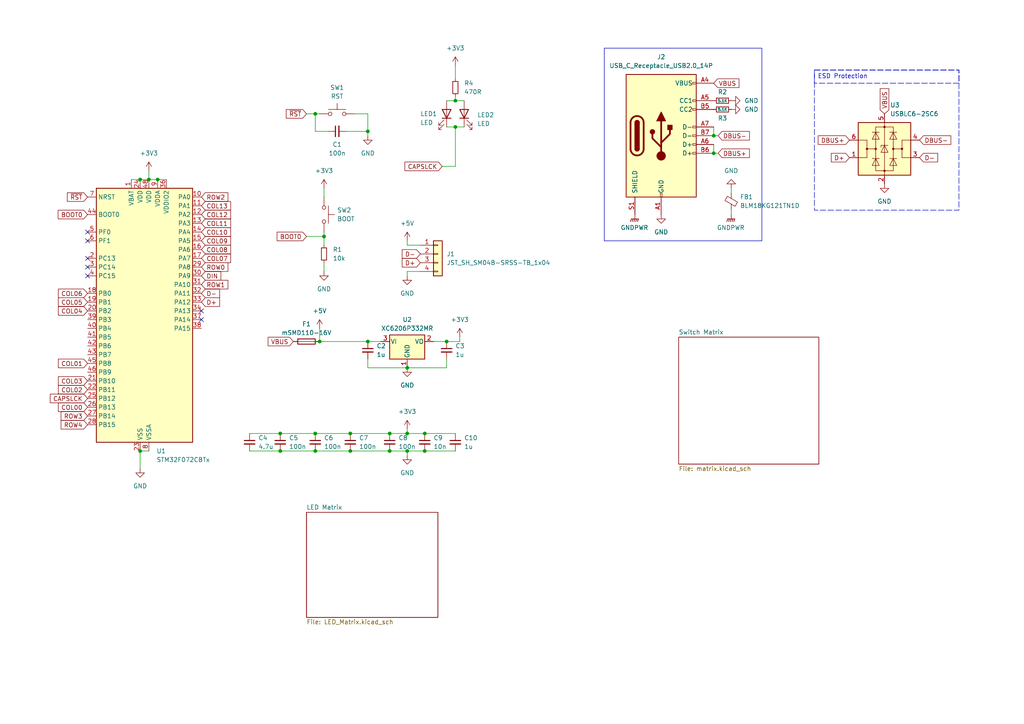
<source format=kicad_sch>
(kicad_sch (version 20230121) (generator eeschema)
  (paper "A4")
  (lib_symbols
    (symbol "Connector:USB_C_Receptacle_USB2.0_14P" (pin_names (offset 1.016))
      (property "Reference" "J" (at 0 22.225 0))
      (property "Value" "USB_C_Receptacle_USB2.0_14P" (at 0 19.685 0))
      (symbol "USB_C_Receptacle_USB2.0_14P_0_0"
        (rectangle (start -0.254 -17.78) (end 0.254 -16.764))
        (rectangle (start 10.16 -4.826) (end 9.144 -5.334))
        (rectangle (start 10.16 -2.286) (end 9.144 -2.794))
        (rectangle (start 10.16 0.254) (end 9.144 -0.254))
        (rectangle (start 10.16 2.794) (end 9.144 2.286))
        (rectangle (start 10.16 7.874) (end 9.144 7.366))
        (rectangle (start 10.16 10.414) (end 9.144 9.906))
        (rectangle (start 10.16 15.494) (end 9.144 14.986))
      )
      (symbol "USB_C_Receptacle_USB2.0_14P_0_1"
        (rectangle (start -10.16 17.78) (end 10.16 -17.78) (stroke (width 0.254)) (fill (type background)))
        (arc (start -8.89 -3.81) (mid -6.985 -5.7067) (end -5.08 -3.81) (stroke (width 0.508)))
        (arc (start -7.62 -3.81) (mid -6.985 -4.4423) (end -6.35 -3.81) (stroke (width 0.254)))
        (arc (start -7.62 -3.81) (mid -6.985 -4.4423) (end -6.35 -3.81) (stroke (width 0.254)) (fill (type outline)))
        (rectangle (start -7.62 -3.81) (end -6.35 3.81) (stroke (width 0.254)) (fill (type outline)))
        (arc (start -6.35 3.81) (mid -6.985 4.4423) (end -7.62 3.81) (stroke (width 0.254)))
        (arc (start -6.35 3.81) (mid -6.985 4.4423) (end -7.62 3.81) (stroke (width 0.254)) (fill (type outline)))
        (arc (start -5.08 3.81) (mid -6.985 5.7067) (end -8.89 3.81) (stroke (width 0.508)))
        (circle (center -2.54 1.143) (radius 0.635) (stroke (width 0.254)) (fill (type outline)))
        (circle (center 0 -5.842) (radius 1.27) (fill (type outline)))
        (polyline (pts (xy -8.89 -3.81) (xy -8.89 3.81)) (stroke (width 0.508)))
        (polyline (pts (xy -5.08 3.81) (xy -5.08 -3.81)) (stroke (width 0.508)))
        (polyline (pts (xy 0 -5.842) (xy 0 4.318)) (stroke (width 0.508)))
        (polyline (pts (xy 0 -3.302) (xy -2.54 -0.762) (xy -2.54 0.508)) (stroke (width 0.508)))
        (polyline (pts (xy 0 -2.032) (xy 2.54 0.508) (xy 2.54 1.778)) (stroke (width 0.508)))
        (polyline (pts (xy -1.27 4.318) (xy 0 6.858) (xy 1.27 4.318) (xy -1.27 4.318)) (stroke (width 0.254)) (fill (type outline)))
        (rectangle (start 1.905 1.778) (end 3.175 3.048) (stroke (width 0.254)) (fill (type outline)))
      )
      (symbol "USB_C_Receptacle_USB2.0_14P_1_1"
        (pin passive line (at 0 -22.86 90) (length 5.08) (name "GND") (number "A1"))
        (pin passive line (at 0 -22.86 90) (length 5.08) hide (name "GND") (number "A12"))
        (pin passive line (at 15.24 15.24 180) (length 5.08) (name "VBUS") (number "A4"))
        (pin bidirectional line (at 15.24 10.16 180) (length 5.08) (name "CC1") (number "A5"))
        (pin bidirectional line (at 15.24 -2.54 180) (length 5.08) (name "D+") (number "A6"))
        (pin bidirectional line (at 15.24 2.54 180) (length 5.08) (name "D-") (number "A7"))
        (pin passive line (at 15.24 15.24 180) (length 5.08) hide (name "VBUS") (number "A9"))
        (pin passive line (at 0 -22.86 90) (length 5.08) hide (name "GND") (number "B1"))
        (pin passive line (at 0 -22.86 90) (length 5.08) hide (name "GND") (number "B12"))
        (pin passive line (at 15.24 15.24 180) (length 5.08) hide (name "VBUS") (number "B4"))
        (pin bidirectional line (at 15.24 7.62 180) (length 5.08) (name "CC2") (number "B5"))
        (pin bidirectional line (at 15.24 -5.08 180) (length 5.08) (name "D+") (number "B6"))
        (pin bidirectional line (at 15.24 0 180) (length 5.08) (name "D-") (number "B7"))
        (pin passive line (at 15.24 15.24 180) (length 5.08) hide (name "VBUS") (number "B9"))
        (pin passive line (at -7.62 -22.86 90) (length 5.08) (name "SHIELD") (number "S1"))
      )
    )
    (symbol "Connector_Generic:Conn_01x04" (pin_names (offset 1.016) hide)
      (property "Reference" "J" (at 0 5.08 0))
      (property "Value" "Conn_01x04" (at 0 -7.62 0))
      (symbol "Conn_01x04_1_1"
        (rectangle (start -1.27 -4.953) (end 0 -5.207) (stroke (width 0.1524)))
        (rectangle (start -1.27 -2.413) (end 0 -2.667) (stroke (width 0.1524)))
        (rectangle (start -1.27 0.127) (end 0 -0.127) (stroke (width 0.1524)))
        (rectangle (start -1.27 2.667) (end 0 2.413) (stroke (width 0.1524)))
        (rectangle (start -1.27 3.81) (end 1.27 -6.35) (stroke (width 0.254)) (fill (type background)))
        (pin passive line (at -5.08 2.54 0) (length 3.81) (name "Pin_1") (number "1"))
        (pin passive line (at -5.08 0 0) (length 3.81) (name "Pin_2") (number "2"))
        (pin passive line (at -5.08 -2.54 0) (length 3.81) (name "Pin_3") (number "3"))
        (pin passive line (at -5.08 -5.08 0) (length 3.81) (name "Pin_4") (number "4"))
      )
    )
    (symbol "Device:C_Small" (pin_numbers hide) (pin_names (offset 0.254) hide)
      (property "Reference" "C" (at 0.254 1.778 0))
      (property "Value" "C_Small" (at 0.254 -2.032 0))
      (symbol "C_Small_0_1"
        (polyline (pts (xy -1.524 -0.508) (xy 1.524 -0.508)) (stroke (width 0.3302)))
        (polyline (pts (xy -1.524 0.508) (xy 1.524 0.508)) (stroke (width 0.3048)))
      )
      (symbol "C_Small_1_1"
        (pin passive line (at 0 2.54 270) (length 2.032) (name "~") (number "1"))
        (pin passive line (at 0 -2.54 90) (length 2.032) (name "~") (number "2"))
      )
    )
    (symbol "Device:FerriteBead_Small" (pin_numbers hide) (pin_names (offset 0))
      (property "Reference" "FB" (at 1.905 1.27 0))
      (property "Value" "FerriteBead_Small" (at 1.905 -1.27 0))
      (symbol "FerriteBead_Small_0_1"
        (polyline (pts (xy 0 -1.27) (xy 0 -0.7874)))
        (polyline (pts (xy 0 0.889) (xy 0 1.2954)))
        (polyline (pts (xy -1.8288 0.2794) (xy -1.1176 1.4986) (xy 1.8288 -0.2032) (xy 1.1176 -1.4224) (xy -1.8288 0.2794)))
      )
      (symbol "FerriteBead_Small_1_1"
        (pin passive line (at 0 2.54 270) (length 1.27) (name "~") (number "1"))
        (pin passive line (at 0 -2.54 90) (length 1.27) (name "~") (number "2"))
      )
    )
    (symbol "Device:Fuse" (pin_numbers hide) (pin_names (offset 0))
      (property "Reference" "F" (at 2.032 0 90))
      (property "Value" "Fuse" (at -1.905 0 90))
      (symbol "Fuse_0_1"
        (rectangle (start -0.762 -2.54) (end 0.762 2.54) (stroke (width 0.254)))
        (polyline (pts (xy 0 2.54) (xy 0 -2.54)))
      )
      (symbol "Fuse_1_1"
        (pin passive line (at 0 3.81 270) (length 1.27) (name "~") (number "1"))
        (pin passive line (at 0 -3.81 90) (length 1.27) (name "~") (number "2"))
      )
    )
    (symbol "Device:LED" (pin_numbers hide) (pin_names (offset 1.016) hide)
      (property "Reference" "D" (at 0 2.54 0))
      (property "Value" "LED" (at 0 -2.54 0))
      (symbol "LED_0_1"
        (polyline (pts (xy -1.27 -1.27) (xy -1.27 1.27)) (stroke (width 0.254)))
        (polyline (pts (xy -1.27 0) (xy 1.27 0)))
        (polyline (pts (xy 1.27 -1.27) (xy 1.27 1.27) (xy -1.27 0) (xy 1.27 -1.27)) (stroke (width 0.254)))
        (polyline (pts (xy -3.048 -0.762) (xy -4.572 -2.286) (xy -3.81 -2.286) (xy -4.572 -2.286) (xy -4.572 -1.524)))
        (polyline (pts (xy -1.778 -0.762) (xy -3.302 -2.286) (xy -2.54 -2.286) (xy -3.302 -2.286) (xy -3.302 -1.524)))
      )
      (symbol "LED_1_1"
        (pin passive line (at -3.81 0 0) (length 2.54) (name "K") (number "1"))
        (pin passive line (at 3.81 0 180) (length 2.54) (name "A") (number "2"))
      )
    )
    (symbol "Device:R_Small" (pin_numbers hide) (pin_names (offset 0.254) hide)
      (property "Reference" "R" (at 0.762 0.508 0))
      (property "Value" "R_Small" (at 0.762 -1.016 0))
      (symbol "R_Small_0_1"
        (rectangle (start -0.762 1.778) (end 0.762 -1.778) (stroke (width 0.2032)))
      )
      (symbol "R_Small_1_1"
        (pin passive line (at 0 2.54 270) (length 0.762) (name "~") (number "1"))
        (pin passive line (at 0 -2.54 90) (length 0.762) (name "~") (number "2"))
      )
    )
    (symbol "MCU_ST_STM32F0:STM32F072CBTx"
      (property "Reference" "U" (at -12.7 39.37 0))
      (property "Value" "STM32F072CBTx" (at 10.16 39.37 0))
      (symbol "STM32F072CBTx_0_1"
        (rectangle (start -12.7 -35.56) (end 15.24 38.1) (stroke (width 0.254)) (fill (type background)))
      )
      (symbol "STM32F072CBTx_1_1"
        (pin power_in line (at -2.54 40.64 270) (length 2.54) (name "VBAT") (number "1"))
        (pin bidirectional line (at 17.78 35.56 180) (length 2.54) (name "PA0") (number "10"))
        (pin bidirectional line (at 17.78 33.02 180) (length 2.54) (name "PA1") (number "11"))
        (pin bidirectional line (at 17.78 30.48 180) (length 2.54) (name "PA2") (number "12"))
        (pin bidirectional line (at 17.78 27.94 180) (length 2.54) (name "PA3") (number "13"))
        (pin bidirectional line (at 17.78 25.4 180) (length 2.54) (name "PA4") (number "14"))
        (pin bidirectional line (at 17.78 22.86 180) (length 2.54) (name "PA5") (number "15"))
        (pin bidirectional line (at 17.78 20.32 180) (length 2.54) (name "PA6") (number "16"))
        (pin bidirectional line (at 17.78 17.78 180) (length 2.54) (name "PA7") (number "17"))
        (pin bidirectional line (at -15.24 7.62 0) (length 2.54) (name "PB0") (number "18"))
        (pin bidirectional line (at -15.24 5.08 0) (length 2.54) (name "PB1") (number "19"))
        (pin bidirectional line (at -15.24 17.78 0) (length 2.54) (name "PC13") (number "2"))
        (pin bidirectional line (at -15.24 2.54 0) (length 2.54) (name "PB2") (number "20"))
        (pin bidirectional line (at -15.24 -17.78 0) (length 2.54) (name "PB10") (number "21"))
        (pin bidirectional line (at -15.24 -20.32 0) (length 2.54) (name "PB11") (number "22"))
        (pin power_in line (at 0 -38.1 90) (length 2.54) (name "VSS") (number "23"))
        (pin power_in line (at 0 40.64 270) (length 2.54) (name "VDD") (number "24"))
        (pin bidirectional line (at -15.24 -22.86 0) (length 2.54) (name "PB12") (number "25"))
        (pin bidirectional line (at -15.24 -25.4 0) (length 2.54) (name "PB13") (number "26"))
        (pin bidirectional line (at -15.24 -27.94 0) (length 2.54) (name "PB14") (number "27"))
        (pin bidirectional line (at -15.24 -30.48 0) (length 2.54) (name "PB15") (number "28"))
        (pin bidirectional line (at 17.78 15.24 180) (length 2.54) (name "PA8") (number "29"))
        (pin bidirectional line (at -15.24 15.24 0) (length 2.54) (name "PC14") (number "3"))
        (pin bidirectional line (at 17.78 12.7 180) (length 2.54) (name "PA9") (number "30"))
        (pin bidirectional line (at 17.78 10.16 180) (length 2.54) (name "PA10") (number "31"))
        (pin bidirectional line (at 17.78 7.62 180) (length 2.54) (name "PA11") (number "32"))
        (pin bidirectional line (at 17.78 5.08 180) (length 2.54) (name "PA12") (number "33"))
        (pin bidirectional line (at 17.78 2.54 180) (length 2.54) (name "PA13") (number "34"))
        (pin passive line (at 0 -38.1 90) (length 2.54) hide (name "VSS") (number "35"))
        (pin power_in line (at 7.62 40.64 270) (length 2.54) (name "VDDIO2") (number "36"))
        (pin bidirectional line (at 17.78 0 180) (length 2.54) (name "PA14") (number "37"))
        (pin bidirectional line (at 17.78 -2.54 180) (length 2.54) (name "PA15") (number "38"))
        (pin bidirectional line (at -15.24 0 0) (length 2.54) (name "PB3") (number "39"))
        (pin bidirectional line (at -15.24 12.7 0) (length 2.54) (name "PC15") (number "4"))
        (pin bidirectional line (at -15.24 -2.54 0) (length 2.54) (name "PB4") (number "40"))
        (pin bidirectional line (at -15.24 -5.08 0) (length 2.54) (name "PB5") (number "41"))
        (pin bidirectional line (at -15.24 -7.62 0) (length 2.54) (name "PB6") (number "42"))
        (pin bidirectional line (at -15.24 -10.16 0) (length 2.54) (name "PB7") (number "43"))
        (pin input line (at -15.24 30.48 0) (length 2.54) (name "BOOT0") (number "44"))
        (pin bidirectional line (at -15.24 -12.7 0) (length 2.54) (name "PB8") (number "45"))
        (pin bidirectional line (at -15.24 -15.24 0) (length 2.54) (name "PB9") (number "46"))
        (pin passive line (at 0 -38.1 90) (length 2.54) hide (name "VSS") (number "47"))
        (pin power_in line (at 2.54 40.64 270) (length 2.54) (name "VDD") (number "48"))
        (pin bidirectional line (at -15.24 25.4 0) (length 2.54) (name "PF0") (number "5"))
        (pin bidirectional line (at -15.24 22.86 0) (length 2.54) (name "PF1") (number "6"))
        (pin input line (at -15.24 35.56 0) (length 2.54) (name "NRST") (number "7"))
        (pin power_in line (at 2.54 -38.1 90) (length 2.54) (name "VSSA") (number "8"))
        (pin power_in line (at 5.08 40.64 270) (length 2.54) (name "VDDA") (number "9"))
      )
    )
    (symbol "Power_Protection:USBLC6-2SC6" (pin_names hide)
      (property "Reference" "U" (at 2.54 8.89 0))
      (property "Value" "USBLC6-2SC6" (at 2.54 -8.89 0))
      (symbol "USBLC6-2SC6_0_1"
        (rectangle (start -7.62 -7.62) (end 7.62 7.62) (stroke (width 0.254)) (fill (type background)))
        (circle (center -5.08 0) (radius 0.254) (fill (type outline)))
        (circle (center -2.54 0) (radius 0.254) (fill (type outline)))
        (rectangle (start -2.54 6.35) (end 2.54 -6.35))
        (circle (center 0 -6.35) (radius 0.254) (fill (type outline)))
        (polyline (pts (xy -5.08 -2.54) (xy -7.62 -2.54)))
        (polyline (pts (xy -5.08 0) (xy -5.08 -2.54)))
        (polyline (pts (xy -5.08 2.54) (xy -7.62 2.54)))
        (polyline (pts (xy -1.524 -2.794) (xy -3.556 -2.794)))
        (polyline (pts (xy -1.524 4.826) (xy -3.556 4.826)))
        (polyline (pts (xy 0 -7.62) (xy 0 -6.35)))
        (polyline (pts (xy 0 -6.35) (xy 0 1.27)))
        (polyline (pts (xy 0 1.27) (xy 0 6.35)))
        (polyline (pts (xy 0 6.35) (xy 0 7.62)))
        (polyline (pts (xy 1.524 -2.794) (xy 3.556 -2.794)))
        (polyline (pts (xy 1.524 4.826) (xy 3.556 4.826)))
        (polyline (pts (xy 5.08 -2.54) (xy 7.62 -2.54)))
        (polyline (pts (xy 5.08 0) (xy 5.08 -2.54)))
        (polyline (pts (xy 5.08 2.54) (xy 7.62 2.54)))
        (polyline (pts (xy -2.54 0) (xy -5.08 0) (xy -5.08 2.54)))
        (polyline (pts (xy 2.54 0) (xy 5.08 0) (xy 5.08 2.54)))
        (polyline (pts (xy -3.556 -4.826) (xy -1.524 -4.826) (xy -2.54 -2.794) (xy -3.556 -4.826)))
        (polyline (pts (xy -3.556 2.794) (xy -1.524 2.794) (xy -2.54 4.826) (xy -3.556 2.794)))
        (polyline (pts (xy -1.016 -1.016) (xy 1.016 -1.016) (xy 0 1.016) (xy -1.016 -1.016)))
        (polyline (pts (xy 1.016 1.016) (xy 0.762 1.016) (xy -1.016 1.016) (xy -1.016 0.508)))
        (polyline (pts (xy 3.556 -4.826) (xy 1.524 -4.826) (xy 2.54 -2.794) (xy 3.556 -4.826)))
        (polyline (pts (xy 3.556 2.794) (xy 1.524 2.794) (xy 2.54 4.826) (xy 3.556 2.794)))
        (circle (center 0 6.35) (radius 0.254) (fill (type outline)))
        (circle (center 2.54 0) (radius 0.254) (fill (type outline)))
        (circle (center 5.08 0) (radius 0.254) (fill (type outline)))
      )
      (symbol "USBLC6-2SC6_1_1"
        (pin passive line (at -10.16 -2.54 0) (length 2.54) (name "I/O1") (number "1"))
        (pin passive line (at 0 -10.16 90) (length 2.54) (name "GND") (number "2"))
        (pin passive line (at 10.16 -2.54 180) (length 2.54) (name "I/O2") (number "3"))
        (pin passive line (at 10.16 2.54 180) (length 2.54) (name "I/O2") (number "4"))
        (pin passive line (at 0 10.16 270) (length 2.54) (name "VBUS") (number "5"))
        (pin passive line (at -10.16 2.54 0) (length 2.54) (name "I/O1") (number "6"))
      )
    )
    (symbol "Regulator_Linear:XC6206PxxxMR" (pin_names (offset 0.254))
      (property "Reference" "U" (at -3.81 3.175 0))
      (property "Value" "XC6206PxxxMR" (at 0 3.175 0))
      (symbol "XC6206PxxxMR_0_1"
        (rectangle (start -5.08 1.905) (end 5.08 -5.08) (stroke (width 0.254)) (fill (type background)))
      )
      (symbol "XC6206PxxxMR_1_1"
        (pin power_in line (at 0 -7.62 90) (length 2.54) (name "GND") (number "1"))
        (pin power_out line (at 7.62 0 180) (length 2.54) (name "VO") (number "2"))
        (pin power_in line (at -7.62 0 0) (length 2.54) (name "VI") (number "3"))
      )
    )
    (symbol "Switch:SW_Push" (pin_numbers hide) (pin_names (offset 1.016) hide)
      (property "Reference" "SW" (at 1.27 2.54 0))
      (property "Value" "SW_Push" (at 0 -1.524 0))
      (symbol "SW_Push_0_1"
        (circle (center -2.032 0) (radius 0.508))
        (polyline (pts (xy 0 1.27) (xy 0 3.048)))
        (polyline (pts (xy 2.54 1.27) (xy -2.54 1.27)))
        (circle (center 2.032 0) (radius 0.508))
        (pin passive line (at -5.08 0 0) (length 2.54) (name "1") (number "1"))
        (pin passive line (at 5.08 0 180) (length 2.54) (name "2") (number "2"))
      )
    )
    (symbol "power:+3V3" (power) (pin_names (offset 0))
      (property "Value" "+3V3" (at 0 3.556 0))
      (symbol "+3V3_0_1"
        (polyline (pts (xy -0.762 1.27) (xy 0 2.54)))
        (polyline (pts (xy 0 0) (xy 0 2.54)))
        (polyline (pts (xy 0 2.54) (xy 0.762 1.27)))
      )
      (symbol "+3V3_1_1"
        (pin power_in line (at 0 0 90) (length 0) hide (name "+3V3") (number "1"))
      )
    )
    (symbol "power:+5V" (power) (pin_names (offset 0))
      (property "Value" "+5V" (at 0 3.556 0))
      (symbol "+5V_0_1"
        (polyline (pts (xy -0.762 1.27) (xy 0 2.54)))
        (polyline (pts (xy 0 0) (xy 0 2.54)))
        (polyline (pts (xy 0 2.54) (xy 0.762 1.27)))
      )
      (symbol "+5V_1_1"
        (pin power_in line (at 0 0 90) (length 0) hide (name "+5V") (number "1"))
      )
    )
    (symbol "power:GND" (power) (pin_names (offset 0))
      (property "Value" "GND" (at 0 -3.81 0))
      (symbol "GND_0_1"
        (polyline (pts (xy 0 0) (xy 0 -1.27) (xy 1.27 -1.27) (xy 0 -2.54) (xy -1.27 -1.27) (xy 0 -1.27)))
      )
      (symbol "GND_1_1"
        (pin power_in line (at 0 0 270) (length 0) hide (name "GND") (number "1"))
      )
    )
    (symbol "power:GNDPWR" (power) (pin_names (offset 0))
      (property "Value" "GNDPWR" (at 0 -3.302 0))
      (symbol "GNDPWR_0_1"
        (polyline (pts (xy 0 -1.27) (xy 0 0)))
        (polyline (pts (xy -1.016 -1.27) (xy -1.27 -2.032) (xy -1.27 -2.032)) (stroke (width 0.2032)))
        (polyline (pts (xy -0.508 -1.27) (xy -0.762 -2.032) (xy -0.762 -2.032)) (stroke (width 0.2032)))
        (polyline (pts (xy 0 -1.27) (xy -0.254 -2.032) (xy -0.254 -2.032)) (stroke (width 0.2032)))
        (polyline (pts (xy 0.508 -1.27) (xy 0.254 -2.032) (xy 0.254 -2.032)) (stroke (width 0.2032)))
        (polyline (pts (xy 1.016 -1.27) (xy -1.016 -1.27) (xy -1.016 -1.27)) (stroke (width 0.2032)))
        (polyline (pts (xy 1.016 -1.27) (xy 0.762 -2.032) (xy 0.762 -2.032) (xy 0.762 -2.032)) (stroke (width 0.2032)))
      )
      (symbol "GNDPWR_1_1"
        (pin power_in line (at 0 0 270) (length 0) hide (name "GNDPWR") (number "1"))
      )
    )
  )
  (junction (at 113.03 130.81))
  (junction (at 113.03 125.73))
  (junction (at 91.44 130.81))
  (junction (at 132.08 36.83))
  (junction (at 81.28 125.73))
  (junction (at 40.64 52.07))
  (junction (at 129.54 99.06))
  (junction (at 91.44 33.02))
  (junction (at 101.6 125.73))
  (junction (at 106.68 38.1))
  (junction (at 43.18 52.07))
  (junction (at 123.19 125.73))
  (junction (at 132.08 29.21))
  (junction (at 207.01 39.37))
  (junction (at 118.11 130.81))
  (junction (at 101.6 130.81))
  (junction (at 93.98 68.58))
  (junction (at 118.11 125.73))
  (junction (at 92.71 99.06))
  (junction (at 118.11 106.68))
  (junction (at 123.19 130.81))
  (junction (at 91.44 125.73))
  (junction (at 106.68 99.06))
  (junction (at 40.64 130.81))
  (junction (at 45.72 52.07))
  (junction (at 207.01 44.45))
  (junction (at 81.28 130.81))
  (no_connect (at 25.4 69.85))
  (no_connect (at 58.42 90.17))
  (no_connect (at 25.4 80.01))
  (no_connect (at 58.42 92.71))
  (no_connect (at 25.4 67.31))
  (no_connect (at 25.4 77.47))
  (no_connect (at 25.4 74.93))
  (wire (pts (xy 133.35 97.79) (xy 133.35 99.06)))
  (wire (pts (xy 93.98 76.2) (xy 93.98 78.74)))
  (wire (pts (xy 118.11 125.73) (xy 123.19 125.73)))
  (wire (pts (xy 88.9 33.02) (xy 91.44 33.02)))
  (wire (pts (xy 113.03 125.73) (xy 118.11 125.73)))
  (wire (pts (xy 72.39 130.81) (xy 81.28 130.81)))
  (wire (pts (xy 132.08 27.94) (xy 132.08 29.21)))
  (wire (pts (xy 207.01 41.91) (xy 207.01 44.45)))
  (wire (pts (xy 40.64 130.81) (xy 43.18 130.81)))
  (wire (pts (xy 93.98 68.58) (xy 93.98 71.12)))
  (wire (pts (xy 91.44 130.81) (xy 101.6 130.81)))
  (wire (pts (xy 132.08 19.05) (xy 132.08 22.86)))
  (wire (pts (xy 106.68 39.37) (xy 106.68 38.1)))
  (wire (pts (xy 129.54 36.83) (xy 132.08 36.83)))
  (wire (pts (xy 92.71 99.06) (xy 106.68 99.06)))
  (wire (pts (xy 129.54 104.14) (xy 129.54 106.68)))
  (wire (pts (xy 40.64 130.81) (xy 40.64 135.89)))
  (wire (pts (xy 118.11 124.46) (xy 118.11 125.73)))
  (wire (pts (xy 207.01 39.37) (xy 208.28 39.37)))
  (wire (pts (xy 72.39 125.73) (xy 81.28 125.73)))
  (wire (pts (xy 93.98 54.61) (xy 93.98 57.15)))
  (wire (pts (xy 134.62 36.83) (xy 132.08 36.83)))
  (wire (pts (xy 132.08 29.21) (xy 134.62 29.21)))
  (wire (pts (xy 93.98 68.58) (xy 93.98 67.31)))
  (wire (pts (xy 118.11 130.81) (xy 123.19 130.81)))
  (wire (pts (xy 81.28 130.81) (xy 91.44 130.81)))
  (wire (pts (xy 106.68 38.1) (xy 106.68 33.02)))
  (wire (pts (xy 207.01 36.83) (xy 207.01 39.37)))
  (wire (pts (xy 38.1 52.07) (xy 40.64 52.07)))
  (wire (pts (xy 113.03 130.81) (xy 118.11 130.81)))
  (wire (pts (xy 212.09 55.88) (xy 212.09 54.61)))
  (wire (pts (xy 121.92 71.12) (xy 118.11 71.12)))
  (wire (pts (xy 92.71 95.25) (xy 92.71 99.06)))
  (wire (pts (xy 129.54 29.21) (xy 132.08 29.21)))
  (wire (pts (xy 91.44 33.02) (xy 92.71 33.02)))
  (wire (pts (xy 43.18 52.07) (xy 45.72 52.07)))
  (wire (pts (xy 132.08 48.26) (xy 132.08 36.83)))
  (wire (pts (xy 133.35 99.06) (xy 129.54 99.06)))
  (wire (pts (xy 45.72 52.07) (xy 48.26 52.07)))
  (wire (pts (xy 106.68 104.14) (xy 106.68 106.68)))
  (wire (pts (xy 106.68 99.06) (xy 110.49 99.06)))
  (wire (pts (xy 125.73 99.06) (xy 129.54 99.06)))
  (wire (pts (xy 118.11 130.81) (xy 118.11 132.08)))
  (wire (pts (xy 40.64 52.07) (xy 43.18 52.07)))
  (wire (pts (xy 91.44 125.73) (xy 101.6 125.73)))
  (wire (pts (xy 212.09 60.96) (xy 212.09 62.23)))
  (wire (pts (xy 101.6 125.73) (xy 113.03 125.73)))
  (wire (pts (xy 207.01 44.45) (xy 208.28 44.45)))
  (wire (pts (xy 123.19 130.81) (xy 132.08 130.81)))
  (wire (pts (xy 121.92 78.74) (xy 118.11 78.74)))
  (wire (pts (xy 106.68 106.68) (xy 118.11 106.68)))
  (wire (pts (xy 95.25 38.1) (xy 91.44 38.1)))
  (wire (pts (xy 123.19 125.73) (xy 132.08 125.73)))
  (wire (pts (xy 100.33 38.1) (xy 106.68 38.1)))
  (wire (pts (xy 118.11 71.12) (xy 118.11 69.85)))
  (wire (pts (xy 132.08 48.26) (xy 128.27 48.26)))
  (wire (pts (xy 43.18 49.53) (xy 43.18 52.07)))
  (wire (pts (xy 101.6 130.81) (xy 113.03 130.81)))
  (wire (pts (xy 129.54 106.68) (xy 118.11 106.68)))
  (wire (pts (xy 81.28 125.73) (xy 91.44 125.73)))
  (wire (pts (xy 106.68 33.02) (xy 102.87 33.02)))
  (wire (pts (xy 91.44 38.1) (xy 91.44 33.02)))
  (wire (pts (xy 118.11 78.74) (xy 118.11 80.01)))
  (wire (pts (xy 88.9 68.58) (xy 93.98 68.58)))
  (rectangle (start 175.26 13.97) (end 220.98 69.85))
  (rectangle (start 236.22 20.32) (end 278.13 24.13) (stroke (width 0) (type dash)))
  (text_box "ESD Protection" (at 236.22 20.32 0) (size 41.91 40.64) (stroke (width 0) (type dash)) (effects (font (size 1.27 1.27)) (justify left top)))
  (global_label "D-" (shape input) (at 266.7 45.72 0) (property "Intersheetrefs" "${INTERSHEET_REFS}" (effects hide)))
  (global_label "ROW0" (shape input) (at 58.42 77.47 0) (property "Intersheetrefs" "${INTERSHEET_REFS}" (effects hide)))
  (global_label "DBUS+" (shape input) (at 208.28 44.45 0) (property "Intersheetrefs" "${INTERSHEET_REFS}" (effects hide)))
  (global_label "COL02" (shape input) (at 25.4 113.03 180) (property "Intersheetrefs" "${INTERSHEET_REFS}" (effects hide)))
  (global_label "BOOT0" (shape input) (at 25.4 62.23 180) (property "Intersheetrefs" "${INTERSHEET_REFS}" (effects hide)))
  (global_label "COL04" (shape input) (at 25.4 90.17 180) (property "Intersheetrefs" "${INTERSHEET_REFS}" (effects hide)))
  (global_label "~{RST}" (shape input) (at 25.4 57.15 180) (property "Intersheetrefs" "${INTERSHEET_REFS}" (effects hide)))
  (global_label "ROW1" (shape input) (at 58.42 82.55 0) (property "Intersheetrefs" "${INTERSHEET_REFS}" (effects hide)))
  (global_label "BOOT0" (shape input) (at 88.9 68.58 180) (property "Intersheetrefs" "${INTERSHEET_REFS}" (effects hide)))
  (global_label "~{RST}" (shape input) (at 88.9 33.02 180) (property "Intersheetrefs" "${INTERSHEET_REFS}" (effects hide)))
  (global_label "COL01" (shape input) (at 25.4 105.41 180) (property "Intersheetrefs" "${INTERSHEET_REFS}" (effects hide)))
  (global_label "COL00" (shape input) (at 25.4 118.11 180) (property "Intersheetrefs" "${INTERSHEET_REFS}" (effects hide)))
  (global_label "VBUS" (shape input) (at 207.01 24.13 0) (property "Intersheetrefs" "${INTERSHEET_REFS}" (effects hide)))
  (global_label "DIN" (shape input) (at 58.42 80.01 0) (property "Intersheetrefs" "${INTERSHEET_REFS}" (effects hide)))
  (global_label "COL08" (shape input) (at 58.42 72.39 0) (property "Intersheetrefs" "${INTERSHEET_REFS}" (effects hide)))
  (global_label "DBUS-" (shape input) (at 208.28 39.37 0) (property "Intersheetrefs" "${INTERSHEET_REFS}" (effects hide)))
  (global_label "COL10" (shape input) (at 58.42 67.31 0) (property "Intersheetrefs" "${INTERSHEET_REFS}" (effects hide)))
  (global_label "VBUS" (shape input) (at 256.54 33.02 90) (property "Intersheetrefs" "${INTERSHEET_REFS}" (effects hide)))
  (global_label "ROW4" (shape input) (at 25.4 123.19 180) (property "Intersheetrefs" "${INTERSHEET_REFS}" (effects hide)))
  (global_label "D-" (shape input) (at 121.92 73.66 180) (property "Intersheetrefs" "${INTERSHEET_REFS}" (effects hide)))
  (global_label "COL07" (shape input) (at 58.42 74.93 0) (property "Intersheetrefs" "${INTERSHEET_REFS}" (effects hide)))
  (global_label "D+" (shape input) (at 58.42 87.63 0) (property "Intersheetrefs" "${INTERSHEET_REFS}" (effects hide)))
  (global_label "COL12" (shape input) (at 58.42 62.23 0) (property "Intersheetrefs" "${INTERSHEET_REFS}" (effects hide)))
  (global_label "CAPSLCK" (shape input) (at 128.27 48.26 180) (property "Intersheetrefs" "${INTERSHEET_REFS}" (effects hide)))
  (global_label "D+" (shape input) (at 246.38 45.72 180) (property "Intersheetrefs" "${INTERSHEET_REFS}" (effects hide)))
  (global_label "COL13" (shape input) (at 58.42 59.69 0) (property "Intersheetrefs" "${INTERSHEET_REFS}" (effects hide)))
  (global_label "COL11" (shape input) (at 58.42 64.77 0) (property "Intersheetrefs" "${INTERSHEET_REFS}" (effects hide)))
  (global_label "ROW3" (shape input) (at 25.4 120.65 180) (property "Intersheetrefs" "${INTERSHEET_REFS}" (effects hide)))
  (global_label "COL06" (shape input) (at 25.4 85.09 180) (property "Intersheetrefs" "${INTERSHEET_REFS}" (effects hide)))
  (global_label "D+" (shape input) (at 121.92 76.2 180) (property "Intersheetrefs" "${INTERSHEET_REFS}" (effects hide)))
  (global_label "D-" (shape input) (at 58.42 85.09 0) (property "Intersheetrefs" "${INTERSHEET_REFS}" (effects hide)))
  (global_label "COL09" (shape input) (at 58.42 69.85 0) (property "Intersheetrefs" "${INTERSHEET_REFS}" (effects hide)))
  (global_label "CAPSLCK" (shape input) (at 25.4 115.57 180) (property "Intersheetrefs" "${INTERSHEET_REFS}" (effects hide)))
  (global_label "COL03" (shape input) (at 25.4 110.49 180) (property "Intersheetrefs" "${INTERSHEET_REFS}" (effects hide)))
  (global_label "DBUS+" (shape input) (at 246.38 40.64 180) (property "Intersheetrefs" "${INTERSHEET_REFS}" (effects hide)))
  (global_label "COL05" (shape input) (at 25.4 87.63 180) (property "Intersheetrefs" "${INTERSHEET_REFS}" (effects hide)))
  (global_label "VBUS" (shape input) (at 85.09 99.06 180) (property "Intersheetrefs" "${INTERSHEET_REFS}" (effects hide)))
  (global_label "DBUS-" (shape input) (at 266.7 40.64 0) (property "Intersheetrefs" "${INTERSHEET_REFS}" (effects hide)))
  (global_label "ROW2" (shape input) (at 58.42 57.15 0) (property "Intersheetrefs" "${INTERSHEET_REFS}" (effects hide)))
  (symbol (lib_id "power:GND") (at 118.11 80.01 0) (unit 1)
    (property "Reference" "#PWR06" (effects hide))
    (property "Value" "GND" (at 118.11 85.09 0))
  )
  (symbol (lib_id "power:GND") (at 93.98 78.74 0) (unit 1)
    (property "Reference" "#PWR03" (effects hide))
    (property "Value" "GND" (at 93.98 83.82 0))
  )
  (symbol (lib_id "power:GNDPWR") (at 212.09 62.23 0) (unit 1)
    (property "Reference" "#PWR018" (effects hide))
    (property "Value" "GNDPWR" (at 211.963 66.04 0))
  )
  (symbol (lib_id "power:GND") (at 256.54 53.34 0) (unit 1)
    (property "Reference" "#PWR07" (effects hide))
    (property "Value" "GND" (at 256.54 58.42 0))
  )
  (symbol (lib_id "Connector:USB_C_Receptacle_USB2.0_14P") (at 191.77 39.37 0) (unit 1)
    (property "Reference" "J2" (at 191.77 16.51 0))
    (property "Value" "USB_C_Receptacle_USB2.0_14P" (at 191.77 19.05 0))
    (property "Footprint" "marbastlib-various:USB_C_Receptacle_HRO_TYPE-C-31-M-12" (effects hide))
    (property "Datasheet" "https://www.usb.org/sites/default/files/documents/usb_type-c.zip" (effects hide))
  )
  (symbol (lib_id "Device:C_Small") (at 132.08 128.27 0) (unit 1)
    (property "Reference" "C10" (at 134.62 127.0063 0) (effects (justify left)))
    (property "Value" "1u" (at 134.62 129.5463 0) (effects (justify left)))
    (property "Footprint" "Capacitor_SMD:C_0402_1005Metric" (effects hide))
  )
  (symbol (lib_id "Device:R_Small") (at 209.55 29.21 270) (unit 1)
    (property "Reference" "R2" (at 209.55 26.67 90))
    (property "Value" "5.1K" (at 209.55 29.21 90) (effects (font (size 0.8 0.8))))
    (property "Footprint" "Resistor_SMD:R_0603_1608Metric" (effects hide))
  )
  (symbol (lib_id "Device:C_Small") (at 72.39 128.27 0) (unit 1)
    (property "Reference" "C4" (at 74.93 127.0063 0) (effects (justify left)))
    (property "Value" "4.7u" (at 74.93 129.5463 0) (effects (justify left)))
    (property "Footprint" "Capacitor_SMD:C_0402_1005Metric" (effects hide))
  )
  (symbol (lib_id "power:+3V3") (at 132.08 19.05 0) (unit 1)
    (property "Reference" "#PWR020" (effects hide))
    (property "Value" "+3V3" (at 132.08 13.97 0))
  )
  (symbol (lib_id "Device:C_Small") (at 113.03 128.27 0) (unit 1)
    (property "Reference" "C8" (at 115.57 127.0063 0) (effects (justify left)))
    (property "Value" "100n" (at 115.57 129.5463 0) (effects (justify left)))
    (property "Footprint" "Capacitor_SMD:C_0402_1005Metric" (effects hide))
  )
  (symbol (lib_id "Device:C_Small") (at 101.6 128.27 0) (unit 1)
    (property "Reference" "C7" (at 104.14 127.0063 0) (effects (justify left)))
    (property "Value" "100n" (at 104.14 129.5463 0) (effects (justify left)))
    (property "Footprint" "Capacitor_SMD:C_0402_1005Metric" (effects hide))
  )
  (symbol (lib_id "power:GND") (at 106.68 39.37 0) (unit 1)
    (property "Reference" "#PWR02" (effects hide))
    (property "Value" "GND" (at 106.68 44.45 0))
  )
  (symbol (lib_id "power:GNDPWR") (at 184.15 62.23 0) (unit 1)
    (property "Reference" "#PWR017" (effects hide))
    (property "Value" "GNDPWR" (at 184.023 66.04 0))
  )
  (symbol (lib_id "power:+3V3") (at 133.35 97.79 0) (unit 1)
    (property "Reference" "#PWR012" (effects hide))
    (property "Value" "+3V3" (at 133.35 92.71 0))
  )
  (symbol (lib_id "Device:C_Small") (at 91.44 128.27 0) (unit 1)
    (property "Reference" "C6" (at 93.98 127.0063 0) (effects (justify left)))
    (property "Value" "100n" (at 93.98 129.5463 0) (effects (justify left)))
    (property "Footprint" "Capacitor_SMD:C_0402_1005Metric" (effects hide))
  )
  (symbol (lib_id "Regulator_Linear:XC6206PxxxMR") (at 118.11 99.06 0) (unit 1)
    (property "Reference" "U2" (at 118.11 92.71 0))
    (property "Value" "XC6206P332MR" (at 118.11 95.25 0))
    (property "Footprint" "Package_TO_SOT_SMD:SOT-23-3" (effects hide))
    (property "Datasheet" "https://www.torexsemi.com/file/xc6206/XC6206.pdf" (effects hide))
  )
  (symbol (lib_id "Device:LED") (at 134.62 33.02 90) (unit 1) (in_bom no)
    (property "Reference" "LED2" (at 138.43 33.3375 90) (effects (justify right)))
    (property "Value" "LED" (at 138.43 35.8775 90) (effects (justify right)))
    (property "Footprint" "marbastlib-mx:LED_MX_3mm-ROT" (effects hide))
  )
  (symbol (lib_id "Switch:SW_Push") (at 93.98 62.23 270) (unit 1)
    (property "Reference" "SW2" (at 97.79 60.96 90) (effects (justify left)))
    (property "Value" "BOOT" (at 97.79 63.5 90) (effects (justify left)))
    (property "Footprint" "Button_Switch_SMD:SW_SPST_TL3342" (effects hide))
  )
  (symbol (lib_id "power:+5V") (at 118.11 69.85 0) (unit 1)
    (property "Reference" "#PWR05" (effects hide))
    (property "Value" "+5V" (at 118.11 64.77 0))
  )
  (symbol (lib_id "Device:LED") (at 129.54 33.02 270) (mirror x) (unit 1) (in_bom no)
    (property "Reference" "LED1" (at 121.92 33.02 90) (effects (justify left)))
    (property "Value" "LED" (at 121.92 35.56 90) (effects (justify left)))
    (property "Footprint" "marbastlib-mx:LED_MX_3mm" (effects hide))
  )
  (symbol (lib_id "Switch:SW_Push") (at 97.79 33.02 0) (unit 1)
    (property "Reference" "SW1" (at 97.79 25.4 0))
    (property "Value" "RST" (at 97.79 27.94 0))
    (property "Footprint" "Button_Switch_SMD:SW_SPST_TL3342" (effects hide))
  )
  (symbol (lib_id "Device:R_Small") (at 209.55 31.75 90) (unit 1)
    (property "Reference" "R3" (at 209.55 34.29 90))
    (property "Value" "5.1K" (at 209.55 31.75 90) (effects (font (size 0.8 0.8))))
    (property "Footprint" "Resistor_SMD:R_0603_1608Metric" (effects hide))
  )
  (symbol (lib_id "power:+5V") (at 92.71 95.25 0) (unit 1)
    (property "Reference" "#PWR011" (effects hide))
    (property "Value" "+5V" (at 92.71 90.17 0))
  )
  (symbol (lib_id "Device:C_Small") (at 81.28 128.27 0) (unit 1)
    (property "Reference" "C5" (at 83.82 127.0063 0) (effects (justify left)))
    (property "Value" "100n" (at 83.82 129.5463 0) (effects (justify left)))
    (property "Footprint" "Capacitor_SMD:C_0402_1005Metric" (effects hide))
  )
  (symbol (lib_id "Connector_Generic:Conn_01x04") (at 127 73.66 0) (unit 1)
    (property "Reference" "J1" (at 129.54 73.66 0) (effects (justify left)))
    (property "Value" "JST_SH_SM04B-SRSS-TB_1x04" (at 129.54 76.2 0) (effects (justify left)))
    (property "Footprint" "Connector_JST:JST_SH_SM04B-SRSS-TB_1x04-1MP_P1.00mm_Horizontal" (effects hide))
  )
  (symbol (lib_id "Device:Fuse") (at 88.9 99.06 90) (unit 1)
    (property "Reference" "F1" (at 88.9 93.98 90))
    (property "Value" "mSMD110-16V" (at 88.9 96.52 90))
    (property "Footprint" "Fuse:Fuse_0603_1608Metric" (effects hide))
  )
  (symbol (lib_id "Device:C_Small") (at 97.79 38.1 90) (unit 1)
    (property "Reference" "C1" (at 97.79 41.91 90))
    (property "Value" "100n" (at 97.79 44.45 90))
    (property "Footprint" "Capacitor_SMD:C_0402_1005Metric" (effects hide))
  )
  (symbol (lib_id "Device:FerriteBead_Small") (at 212.09 58.42 0) (unit 1)
    (property "Reference" "FB1" (at 214.63 57.1119 0) (effects (justify left)))
    (property "Value" "BLM18KG121TN1D" (at 214.63 59.6519 0) (effects (justify left)))
    (property "Footprint" "PCM_Ferrite_SMD_AKL:Ferrite_0603_1608Metric" (effects hide))
  )
  (symbol (lib_id "power:+3V3") (at 93.98 54.61 0) (unit 1)
    (property "Reference" "#PWR04" (effects hide))
    (property "Value" "+3V3" (at 93.98 49.53 0))
  )
  (symbol (lib_id "power:+3V3") (at 43.18 49.53 0) (unit 1)
    (property "Reference" "#PWR013" (effects hide))
    (property "Value" "+3V3" (at 43.18 44.45 0))
  )
  (symbol (lib_id "power:GND") (at 212.09 29.21 90) (unit 1)
    (property "Reference" "#PWR014" (effects hide))
    (property "Value" "GND" (at 215.9 29.21 90) (effects (justify right)))
  )
  (symbol (lib_id "power:GND") (at 40.64 135.89 0) (unit 1)
    (property "Reference" "#PWR01" (effects hide))
    (property "Value" "GND" (at 40.64 140.97 0))
  )
  (symbol (lib_id "power:GND") (at 212.09 31.75 90) (unit 1)
    (property "Reference" "#PWR015" (effects hide))
    (property "Value" "GND" (at 215.9 31.75 90) (effects (justify right)))
  )
  (symbol (lib_id "MCU_ST_STM32F0:STM32F072CBTx") (at 40.64 92.71 0) (unit 1)
    (property "Reference" "U1" (at 45.3741 130.81 0) (effects (justify left)))
    (property "Value" "STM32F072CBTx" (at 45.3741 133.35 0) (effects (justify left)))
    (property "Footprint" "Package_QFP:LQFP-48_7x7mm_P0.5mm" (effects hide))
    (property "Datasheet" "https://www.st.com/resource/en/datasheet/stm32f072cb.pdf" (effects hide))
  )
  (symbol (lib_id "Device:C_Small") (at 123.19 128.27 0) (unit 1)
    (property "Reference" "C9" (at 125.73 127.0063 0) (effects (justify left)))
    (property "Value" "10n" (at 125.73 129.5463 0) (effects (justify left)))
    (property "Footprint" "Capacitor_SMD:C_0402_1005Metric" (effects hide))
  )
  (symbol (lib_id "Device:R_Small") (at 93.98 73.66 0) (unit 1)
    (property "Reference" "R1" (at 96.52 72.39 0) (effects (justify left)))
    (property "Value" "10k" (at 96.52 74.93 0) (effects (justify left)))
    (property "Footprint" "Resistor_SMD:R_0603_1608Metric" (effects hide))
  )
  (symbol (lib_id "Device:C_Small") (at 106.68 101.6 0) (unit 1)
    (property "Reference" "C2" (at 109.22 100.3363 0) (effects (justify left)))
    (property "Value" "1u" (at 109.22 102.8763 0) (effects (justify left)))
    (property "Footprint" "Capacitor_SMD:C_0402_1005Metric" (effects hide))
  )
  (symbol (lib_id "power:GND") (at 212.09 54.61 180) (unit 1)
    (property "Reference" "#PWR019" (effects hide))
    (property "Value" "GND" (at 212.09 49.53 0))
  )
  (symbol (lib_id "power:+3V3") (at 118.11 124.46 0) (unit 1)
    (property "Reference" "#PWR08" (effects hide))
    (property "Value" "+3V3" (at 118.11 119.38 0))
  )
  (symbol (lib_id "power:GND") (at 118.11 106.68 0) (unit 1)
    (property "Reference" "#PWR010" (effects hide))
    (property "Value" "GND" (at 118.11 111.76 0))
  )
  (symbol (lib_id "Device:R_Small") (at 132.08 25.4 180) (unit 1)
    (property "Reference" "R4" (at 134.62 24.13 0) (effects (justify right)))
    (property "Value" "470R" (at 134.62 26.67 0) (effects (justify right)))
    (property "Footprint" "Resistor_SMD:R_0402_1005Metric" (effects hide))
    (property "LCSC" "C25117" (effects hide))
  )
  (symbol (lib_id "power:GND") (at 118.11 132.08 0) (unit 1)
    (property "Reference" "#PWR09" (effects hide))
    (property "Value" "GND" (at 118.11 137.16 0))
  )
  (symbol (lib_id "power:GND") (at 191.77 62.23 0) (unit 1)
    (property "Reference" "#PWR016" (effects hide))
    (property "Value" "GND" (at 191.77 67.31 0))
  )
  (symbol (lib_id "Power_Protection:USBLC6-2SC6") (at 256.54 43.18 0) (unit 1)
    (property "Reference" "U3" (at 258.1911 30.48 0) (effects (justify left)))
    (property "Value" "USBLC6-2SC6" (at 258.1911 33.02 0) (effects (justify left)))
    (property "Footprint" "Package_TO_SOT_SMD:SOT-23-6" (effects hide))
    (property "Datasheet" "https://www.st.com/resource/en/datasheet/usblc6-2.pdf" (effects hide))
  )
  (symbol (lib_id "Device:C_Small") (at 129.54 101.6 0) (unit 1)
    (property "Reference" "C3" (at 132.08 100.3363 0) (effects (justify left)))
    (property "Value" "1u" (at 132.08 102.8763 0) (effects (justify left)))
    (property "Footprint" "Capacitor_SMD:C_0402_1005Metric" (effects hide))
  )
  (sheet (at 196.85 97.79) (size 40.64 36.83) (stroke (width 0.1524))
    (property "Sheetname" "Switch Matrix" (at 196.85 97.0784 0) (effects (justify left bottom)))
    (property "Sheetfile" "matrix.kicad_sch" (at 196.85 135.2046 0) (effects (justify left top)))
  )
  (sheet (at 88.9 148.59) (size 38.1 30.48) (stroke (width 0.1524))
    (property "Sheetname" "LED Matrix" (at 88.9 147.8784 0) (effects (justify left bottom)))
    (property "Sheetfile" "LED_Matrix.kicad_sch" (at 88.9 179.6546 0) (effects (justify left top)))
  )
)
</source>
